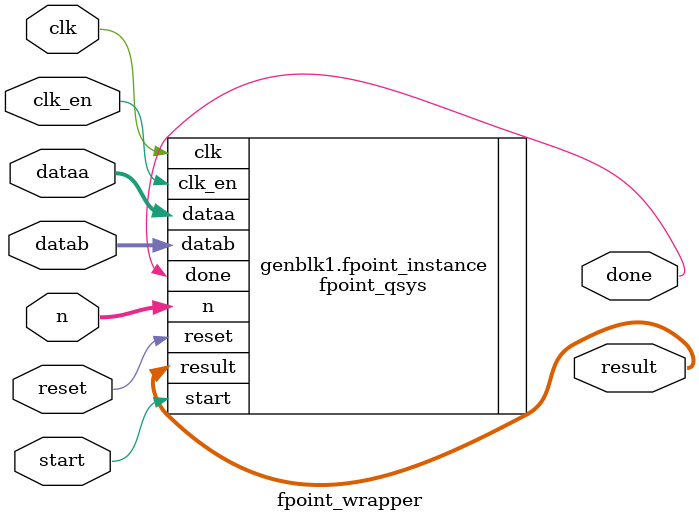
<source format=v>


`timescale 1 ps / 1 ps
//synopsys translate_on

module fpoint_wrapper (
		clk,
		clk_en,
		dataa,
		datab,
		n,
		reset,
		start,
		
		done,
		result
);

	output           done;
	output  [ 31: 0] result;
	input            clk;
	input            clk_en;
	input   [ 31: 0] dataa;
	input   [ 31: 0] datab;
	input   [  1: 0] n;
	input            reset;
	input            start;

	wire		done;
	wire	[ 31: 0] result;

	parameter useDivider = 0;

	generate
		if (useDivider)
			begin
				fpoint_hw_qsys fpoint_instance (
					.clk(clk),
					.clk_en(clk_en),
					.dataa(dataa),
					.datab(datab),
					.n(n),
					.reset(reset),
					.start(start),
					.done(done),
					.result(result)
				);
			end
		else
			begin
				fpoint_qsys fpoint_instance (
					.clk(clk),
					.clk_en(clk_en),
					.dataa(dataa),
					.datab(datab),
					.n(n),
					.reset(reset),
					.start(start),
					.done(done),
					.result(result)
				);	
			end
	
	endgenerate


endmodule


</source>
